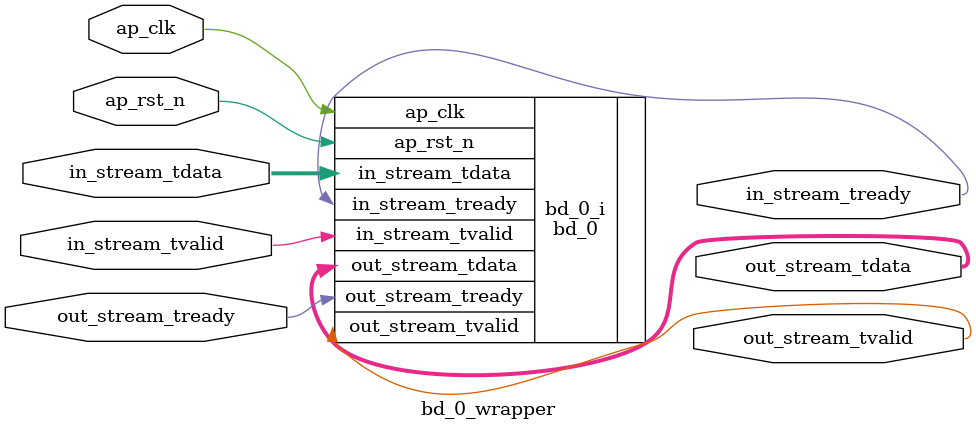
<source format=v>
`timescale 1 ps / 1 ps

module bd_0_wrapper
   (ap_clk,
    ap_rst_n,
    in_stream_tdata,
    in_stream_tready,
    in_stream_tvalid,
    out_stream_tdata,
    out_stream_tready,
    out_stream_tvalid);
  input ap_clk;
  input ap_rst_n;
  input [63:0]in_stream_tdata;
  output in_stream_tready;
  input in_stream_tvalid;
  output [63:0]out_stream_tdata;
  input out_stream_tready;
  output out_stream_tvalid;

  wire ap_clk;
  wire ap_rst_n;
  wire [63:0]in_stream_tdata;
  wire in_stream_tready;
  wire in_stream_tvalid;
  wire [63:0]out_stream_tdata;
  wire out_stream_tready;
  wire out_stream_tvalid;

  bd_0 bd_0_i
       (.ap_clk(ap_clk),
        .ap_rst_n(ap_rst_n),
        .in_stream_tdata(in_stream_tdata),
        .in_stream_tready(in_stream_tready),
        .in_stream_tvalid(in_stream_tvalid),
        .out_stream_tdata(out_stream_tdata),
        .out_stream_tready(out_stream_tready),
        .out_stream_tvalid(out_stream_tvalid));
endmodule

</source>
